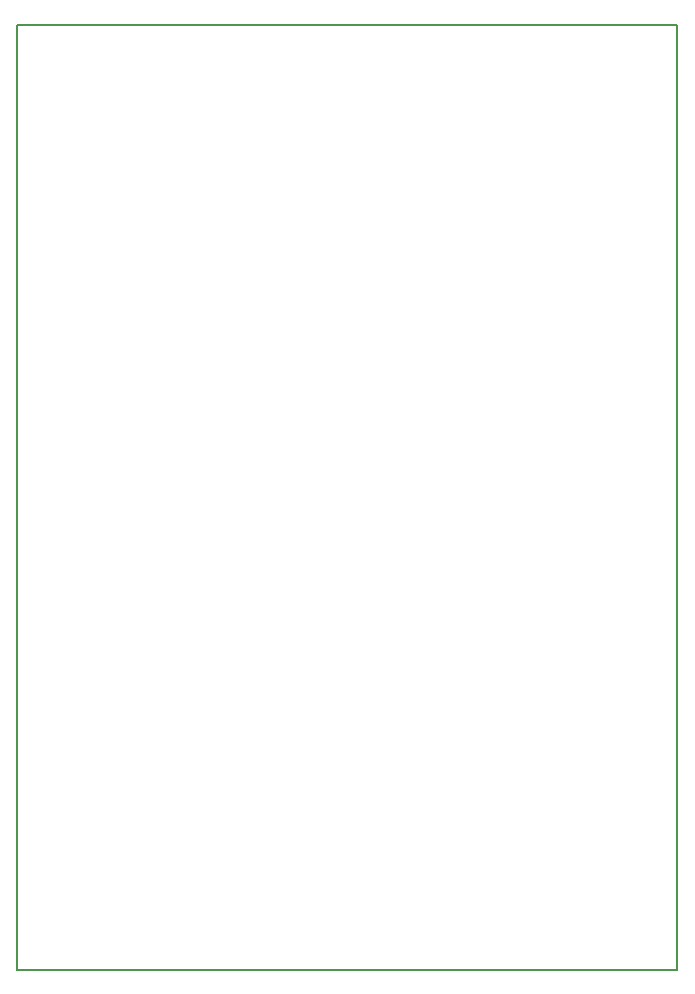
<source format=gbr>
G04 DipTrace 2.4.0.1*
%INkeyboard_BoardOutline.gbr*%
%MOIN*%
%ADD11C,0.0055*%
%FSLAX44Y44*%
G04*
G70*
G90*
G75*
G01*
%LNBoardOutline*%
%LPD*%
X3937Y35437D2*
D11*
X25937D1*
Y3937D1*
X3937D1*
Y35437D1*
M02*

</source>
